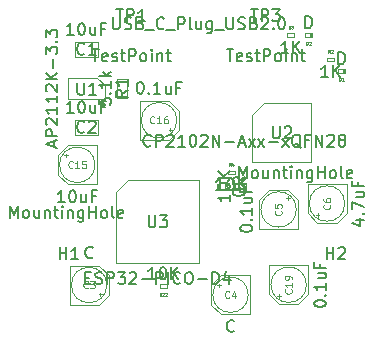
<source format=gbr>
%TF.GenerationSoftware,KiCad,Pcbnew,6.0.9*%
%TF.CreationDate,2022-12-15T21:24:13+01:00*%
%TF.ProjectId,Expansion_Card,45787061-6e73-4696-9f6e-5f436172642e,X1*%
%TF.SameCoordinates,Original*%
%TF.FileFunction,AssemblyDrawing,Top*%
%FSLAX46Y46*%
G04 Gerber Fmt 4.6, Leading zero omitted, Abs format (unit mm)*
G04 Created by KiCad (PCBNEW 6.0.9) date 2022-12-15 21:24:13*
%MOMM*%
%LPD*%
G01*
G04 APERTURE LIST*
%ADD10C,0.150000*%
%ADD11C,0.040000*%
%ADD12C,0.090000*%
%ADD13C,0.100000*%
G04 APERTURE END LIST*
D10*
%TO.C,U3*%
X130405952Y-148528571D02*
X130739285Y-148528571D01*
X130882142Y-149052380D02*
X130405952Y-149052380D01*
X130405952Y-148052380D01*
X130882142Y-148052380D01*
X131263095Y-149004761D02*
X131405952Y-149052380D01*
X131644047Y-149052380D01*
X131739285Y-149004761D01*
X131786904Y-148957142D01*
X131834523Y-148861904D01*
X131834523Y-148766666D01*
X131786904Y-148671428D01*
X131739285Y-148623809D01*
X131644047Y-148576190D01*
X131453571Y-148528571D01*
X131358333Y-148480952D01*
X131310714Y-148433333D01*
X131263095Y-148338095D01*
X131263095Y-148242857D01*
X131310714Y-148147619D01*
X131358333Y-148100000D01*
X131453571Y-148052380D01*
X131691666Y-148052380D01*
X131834523Y-148100000D01*
X132263095Y-149052380D02*
X132263095Y-148052380D01*
X132644047Y-148052380D01*
X132739285Y-148100000D01*
X132786904Y-148147619D01*
X132834523Y-148242857D01*
X132834523Y-148385714D01*
X132786904Y-148480952D01*
X132739285Y-148528571D01*
X132644047Y-148576190D01*
X132263095Y-148576190D01*
X133167857Y-148052380D02*
X133786904Y-148052380D01*
X133453571Y-148433333D01*
X133596428Y-148433333D01*
X133691666Y-148480952D01*
X133739285Y-148528571D01*
X133786904Y-148623809D01*
X133786904Y-148861904D01*
X133739285Y-148957142D01*
X133691666Y-149004761D01*
X133596428Y-149052380D01*
X133310714Y-149052380D01*
X133215476Y-149004761D01*
X133167857Y-148957142D01*
X134167857Y-148147619D02*
X134215476Y-148100000D01*
X134310714Y-148052380D01*
X134548809Y-148052380D01*
X134644047Y-148100000D01*
X134691666Y-148147619D01*
X134739285Y-148242857D01*
X134739285Y-148338095D01*
X134691666Y-148480952D01*
X134120238Y-149052380D01*
X134739285Y-149052380D01*
X135167857Y-148671428D02*
X135929761Y-148671428D01*
X136405952Y-149052380D02*
X136405952Y-148052380D01*
X136786904Y-148052380D01*
X136882142Y-148100000D01*
X136929761Y-148147619D01*
X136977380Y-148242857D01*
X136977380Y-148385714D01*
X136929761Y-148480952D01*
X136882142Y-148528571D01*
X136786904Y-148576190D01*
X136405952Y-148576190D01*
X137405952Y-149052380D02*
X137405952Y-148052380D01*
X138453571Y-148957142D02*
X138405952Y-149004761D01*
X138263095Y-149052380D01*
X138167857Y-149052380D01*
X138025000Y-149004761D01*
X137929761Y-148909523D01*
X137882142Y-148814285D01*
X137834523Y-148623809D01*
X137834523Y-148480952D01*
X137882142Y-148290476D01*
X137929761Y-148195238D01*
X138025000Y-148100000D01*
X138167857Y-148052380D01*
X138263095Y-148052380D01*
X138405952Y-148100000D01*
X138453571Y-148147619D01*
X139072619Y-148052380D02*
X139263095Y-148052380D01*
X139358333Y-148100000D01*
X139453571Y-148195238D01*
X139501190Y-148385714D01*
X139501190Y-148719047D01*
X139453571Y-148909523D01*
X139358333Y-149004761D01*
X139263095Y-149052380D01*
X139072619Y-149052380D01*
X138977380Y-149004761D01*
X138882142Y-148909523D01*
X138834523Y-148719047D01*
X138834523Y-148385714D01*
X138882142Y-148195238D01*
X138977380Y-148100000D01*
X139072619Y-148052380D01*
X139929761Y-148671428D02*
X140691666Y-148671428D01*
X141167857Y-149052380D02*
X141167857Y-148052380D01*
X141405952Y-148052380D01*
X141548809Y-148100000D01*
X141644047Y-148195238D01*
X141691666Y-148290476D01*
X141739285Y-148480952D01*
X141739285Y-148623809D01*
X141691666Y-148814285D01*
X141644047Y-148909523D01*
X141548809Y-149004761D01*
X141405952Y-149052380D01*
X141167857Y-149052380D01*
X142596428Y-148385714D02*
X142596428Y-149052380D01*
X142358333Y-148004761D02*
X142120238Y-148719047D01*
X142739285Y-148719047D01*
X135763095Y-143252380D02*
X135763095Y-144061904D01*
X135810714Y-144157142D01*
X135858333Y-144204761D01*
X135953571Y-144252380D01*
X136144047Y-144252380D01*
X136239285Y-144204761D01*
X136286904Y-144157142D01*
X136334523Y-144061904D01*
X136334523Y-143252380D01*
X136715476Y-143252380D02*
X137334523Y-143252380D01*
X137001190Y-143633333D01*
X137144047Y-143633333D01*
X137239285Y-143680952D01*
X137286904Y-143728571D01*
X137334523Y-143823809D01*
X137334523Y-144061904D01*
X137286904Y-144157142D01*
X137239285Y-144204761D01*
X137144047Y-144252380D01*
X136858333Y-144252380D01*
X136763095Y-144204761D01*
X136715476Y-144157142D01*
%TO.C,U2*%
X135946428Y-137332142D02*
X135898809Y-137379761D01*
X135755952Y-137427380D01*
X135660714Y-137427380D01*
X135517857Y-137379761D01*
X135422619Y-137284523D01*
X135375000Y-137189285D01*
X135327380Y-136998809D01*
X135327380Y-136855952D01*
X135375000Y-136665476D01*
X135422619Y-136570238D01*
X135517857Y-136475000D01*
X135660714Y-136427380D01*
X135755952Y-136427380D01*
X135898809Y-136475000D01*
X135946428Y-136522619D01*
X136375000Y-137427380D02*
X136375000Y-136427380D01*
X136755952Y-136427380D01*
X136851190Y-136475000D01*
X136898809Y-136522619D01*
X136946428Y-136617857D01*
X136946428Y-136760714D01*
X136898809Y-136855952D01*
X136851190Y-136903571D01*
X136755952Y-136951190D01*
X136375000Y-136951190D01*
X137327380Y-136522619D02*
X137375000Y-136475000D01*
X137470238Y-136427380D01*
X137708333Y-136427380D01*
X137803571Y-136475000D01*
X137851190Y-136522619D01*
X137898809Y-136617857D01*
X137898809Y-136713095D01*
X137851190Y-136855952D01*
X137279761Y-137427380D01*
X137898809Y-137427380D01*
X138851190Y-137427380D02*
X138279761Y-137427380D01*
X138565476Y-137427380D02*
X138565476Y-136427380D01*
X138470238Y-136570238D01*
X138375000Y-136665476D01*
X138279761Y-136713095D01*
X139470238Y-136427380D02*
X139565476Y-136427380D01*
X139660714Y-136475000D01*
X139708333Y-136522619D01*
X139755952Y-136617857D01*
X139803571Y-136808333D01*
X139803571Y-137046428D01*
X139755952Y-137236904D01*
X139708333Y-137332142D01*
X139660714Y-137379761D01*
X139565476Y-137427380D01*
X139470238Y-137427380D01*
X139375000Y-137379761D01*
X139327380Y-137332142D01*
X139279761Y-137236904D01*
X139232142Y-137046428D01*
X139232142Y-136808333D01*
X139279761Y-136617857D01*
X139327380Y-136522619D01*
X139375000Y-136475000D01*
X139470238Y-136427380D01*
X140184523Y-136522619D02*
X140232142Y-136475000D01*
X140327380Y-136427380D01*
X140565476Y-136427380D01*
X140660714Y-136475000D01*
X140708333Y-136522619D01*
X140755952Y-136617857D01*
X140755952Y-136713095D01*
X140708333Y-136855952D01*
X140136904Y-137427380D01*
X140755952Y-137427380D01*
X141184523Y-137427380D02*
X141184523Y-136427380D01*
X141755952Y-137427380D01*
X141755952Y-136427380D01*
X142232142Y-137046428D02*
X142994047Y-137046428D01*
X143422619Y-137141666D02*
X143898809Y-137141666D01*
X143327380Y-137427380D02*
X143660714Y-136427380D01*
X143994047Y-137427380D01*
X144232142Y-137427380D02*
X144755952Y-136760714D01*
X144232142Y-136760714D02*
X144755952Y-137427380D01*
X145041666Y-137427380D02*
X145565476Y-136760714D01*
X145041666Y-136760714D02*
X145565476Y-137427380D01*
X145946428Y-137046428D02*
X146708333Y-137046428D01*
X147089285Y-137427380D02*
X147613095Y-136760714D01*
X147089285Y-136760714D02*
X147613095Y-137427380D01*
X148660714Y-137522619D02*
X148565476Y-137475000D01*
X148470238Y-137379761D01*
X148327380Y-137236904D01*
X148232142Y-137189285D01*
X148136904Y-137189285D01*
X148184523Y-137427380D02*
X148089285Y-137379761D01*
X147994047Y-137284523D01*
X147946428Y-137094047D01*
X147946428Y-136760714D01*
X147994047Y-136570238D01*
X148089285Y-136475000D01*
X148184523Y-136427380D01*
X148375000Y-136427380D01*
X148470238Y-136475000D01*
X148565476Y-136570238D01*
X148613095Y-136760714D01*
X148613095Y-137094047D01*
X148565476Y-137284523D01*
X148470238Y-137379761D01*
X148375000Y-137427380D01*
X148184523Y-137427380D01*
X149375000Y-136903571D02*
X149041666Y-136903571D01*
X149041666Y-137427380D02*
X149041666Y-136427380D01*
X149517857Y-136427380D01*
X149898809Y-137427380D02*
X149898809Y-136427380D01*
X150470238Y-137427380D01*
X150470238Y-136427380D01*
X150898809Y-136522619D02*
X150946428Y-136475000D01*
X151041666Y-136427380D01*
X151279761Y-136427380D01*
X151375000Y-136475000D01*
X151422619Y-136522619D01*
X151470238Y-136617857D01*
X151470238Y-136713095D01*
X151422619Y-136855952D01*
X150851190Y-137427380D01*
X151470238Y-137427380D01*
X152041666Y-136855952D02*
X151946428Y-136808333D01*
X151898809Y-136760714D01*
X151851190Y-136665476D01*
X151851190Y-136617857D01*
X151898809Y-136522619D01*
X151946428Y-136475000D01*
X152041666Y-136427380D01*
X152232142Y-136427380D01*
X152327380Y-136475000D01*
X152375000Y-136522619D01*
X152422619Y-136617857D01*
X152422619Y-136665476D01*
X152375000Y-136760714D01*
X152327380Y-136808333D01*
X152232142Y-136855952D01*
X152041666Y-136855952D01*
X151946428Y-136903571D01*
X151898809Y-136951190D01*
X151851190Y-137046428D01*
X151851190Y-137236904D01*
X151898809Y-137332142D01*
X151946428Y-137379761D01*
X152041666Y-137427380D01*
X152232142Y-137427380D01*
X152327380Y-137379761D01*
X152375000Y-137332142D01*
X152422619Y-137236904D01*
X152422619Y-137046428D01*
X152375000Y-136951190D01*
X152327380Y-136903571D01*
X152232142Y-136855952D01*
X146288095Y-135727380D02*
X146288095Y-136536904D01*
X146335714Y-136632142D01*
X146383333Y-136679761D01*
X146478571Y-136727380D01*
X146669047Y-136727380D01*
X146764285Y-136679761D01*
X146811904Y-136632142D01*
X146859523Y-136536904D01*
X146859523Y-135727380D01*
X147288095Y-135822619D02*
X147335714Y-135775000D01*
X147430952Y-135727380D01*
X147669047Y-135727380D01*
X147764285Y-135775000D01*
X147811904Y-135822619D01*
X147859523Y-135917857D01*
X147859523Y-136013095D01*
X147811904Y-136155952D01*
X147240476Y-136727380D01*
X147859523Y-136727380D01*
%TO.C,R23*%
X142627380Y-141490476D02*
X142627380Y-142061904D01*
X142627380Y-141776190D02*
X141627380Y-141776190D01*
X141770238Y-141871428D01*
X141865476Y-141966666D01*
X141913095Y-142061904D01*
X141627380Y-140871428D02*
X141627380Y-140776190D01*
X141675000Y-140680952D01*
X141722619Y-140633333D01*
X141817857Y-140585714D01*
X142008333Y-140538095D01*
X142246428Y-140538095D01*
X142436904Y-140585714D01*
X142532142Y-140633333D01*
X142579761Y-140680952D01*
X142627380Y-140776190D01*
X142627380Y-140871428D01*
X142579761Y-140966666D01*
X142532142Y-141014285D01*
X142436904Y-141061904D01*
X142246428Y-141109523D01*
X142008333Y-141109523D01*
X141817857Y-141061904D01*
X141722619Y-141014285D01*
X141675000Y-140966666D01*
X141627380Y-140871428D01*
X142627380Y-140109523D02*
X141627380Y-140109523D01*
X142627380Y-139538095D02*
X142055952Y-139966666D01*
X141627380Y-139538095D02*
X142198809Y-140109523D01*
D11*
X144018095Y-140960714D02*
X143899047Y-141044047D01*
X144018095Y-141103571D02*
X143768095Y-141103571D01*
X143768095Y-141008333D01*
X143780000Y-140984523D01*
X143791904Y-140972619D01*
X143815714Y-140960714D01*
X143851428Y-140960714D01*
X143875238Y-140972619D01*
X143887142Y-140984523D01*
X143899047Y-141008333D01*
X143899047Y-141103571D01*
X143791904Y-140865476D02*
X143780000Y-140853571D01*
X143768095Y-140829761D01*
X143768095Y-140770238D01*
X143780000Y-140746428D01*
X143791904Y-140734523D01*
X143815714Y-140722619D01*
X143839523Y-140722619D01*
X143875238Y-140734523D01*
X144018095Y-140877380D01*
X144018095Y-140722619D01*
X143768095Y-140639285D02*
X143768095Y-140484523D01*
X143863333Y-140567857D01*
X143863333Y-140532142D01*
X143875238Y-140508333D01*
X143887142Y-140496428D01*
X143910952Y-140484523D01*
X143970476Y-140484523D01*
X143994285Y-140496428D01*
X144006190Y-140508333D01*
X144018095Y-140532142D01*
X144018095Y-140603571D01*
X144006190Y-140627380D01*
X143994285Y-140639285D01*
D10*
%TO.C,R22*%
X136309523Y-148652380D02*
X135738095Y-148652380D01*
X136023809Y-148652380D02*
X136023809Y-147652380D01*
X135928571Y-147795238D01*
X135833333Y-147890476D01*
X135738095Y-147938095D01*
X136928571Y-147652380D02*
X137023809Y-147652380D01*
X137119047Y-147700000D01*
X137166666Y-147747619D01*
X137214285Y-147842857D01*
X137261904Y-148033333D01*
X137261904Y-148271428D01*
X137214285Y-148461904D01*
X137166666Y-148557142D01*
X137119047Y-148604761D01*
X137023809Y-148652380D01*
X136928571Y-148652380D01*
X136833333Y-148604761D01*
X136785714Y-148557142D01*
X136738095Y-148461904D01*
X136690476Y-148271428D01*
X136690476Y-148033333D01*
X136738095Y-147842857D01*
X136785714Y-147747619D01*
X136833333Y-147700000D01*
X136928571Y-147652380D01*
X137690476Y-148652380D02*
X137690476Y-147652380D01*
X138261904Y-148652380D02*
X137833333Y-148080952D01*
X138261904Y-147652380D02*
X137690476Y-148223809D01*
D11*
X136839285Y-150043095D02*
X136755952Y-149924047D01*
X136696428Y-150043095D02*
X136696428Y-149793095D01*
X136791666Y-149793095D01*
X136815476Y-149805000D01*
X136827380Y-149816904D01*
X136839285Y-149840714D01*
X136839285Y-149876428D01*
X136827380Y-149900238D01*
X136815476Y-149912142D01*
X136791666Y-149924047D01*
X136696428Y-149924047D01*
X136934523Y-149816904D02*
X136946428Y-149805000D01*
X136970238Y-149793095D01*
X137029761Y-149793095D01*
X137053571Y-149805000D01*
X137065476Y-149816904D01*
X137077380Y-149840714D01*
X137077380Y-149864523D01*
X137065476Y-149900238D01*
X136922619Y-150043095D01*
X137077380Y-150043095D01*
X137172619Y-149816904D02*
X137184523Y-149805000D01*
X137208333Y-149793095D01*
X137267857Y-149793095D01*
X137291666Y-149805000D01*
X137303571Y-149816904D01*
X137315476Y-149840714D01*
X137315476Y-149864523D01*
X137303571Y-149900238D01*
X137160714Y-150043095D01*
X137315476Y-150043095D01*
D10*
%TO.C,R21*%
X142902380Y-141347619D02*
X142902380Y-141252380D01*
X142950000Y-141157142D01*
X142997619Y-141109523D01*
X143092857Y-141061904D01*
X143283333Y-141014285D01*
X143521428Y-141014285D01*
X143711904Y-141061904D01*
X143807142Y-141109523D01*
X143854761Y-141157142D01*
X143902380Y-141252380D01*
X143902380Y-141347619D01*
X143854761Y-141442857D01*
X143807142Y-141490476D01*
X143711904Y-141538095D01*
X143521428Y-141585714D01*
X143283333Y-141585714D01*
X143092857Y-141538095D01*
X142997619Y-141490476D01*
X142950000Y-141442857D01*
X142902380Y-141347619D01*
X143902380Y-140014285D02*
X143426190Y-140347619D01*
X143902380Y-140585714D02*
X142902380Y-140585714D01*
X142902380Y-140204761D01*
X142950000Y-140109523D01*
X142997619Y-140061904D01*
X143092857Y-140014285D01*
X143235714Y-140014285D01*
X143330952Y-140061904D01*
X143378571Y-140109523D01*
X143426190Y-140204761D01*
X143426190Y-140585714D01*
D11*
X141833095Y-140960714D02*
X141714047Y-141044047D01*
X141833095Y-141103571D02*
X141583095Y-141103571D01*
X141583095Y-141008333D01*
X141595000Y-140984523D01*
X141606904Y-140972619D01*
X141630714Y-140960714D01*
X141666428Y-140960714D01*
X141690238Y-140972619D01*
X141702142Y-140984523D01*
X141714047Y-141008333D01*
X141714047Y-141103571D01*
X141606904Y-140865476D02*
X141595000Y-140853571D01*
X141583095Y-140829761D01*
X141583095Y-140770238D01*
X141595000Y-140746428D01*
X141606904Y-140734523D01*
X141630714Y-140722619D01*
X141654523Y-140722619D01*
X141690238Y-140734523D01*
X141833095Y-140877380D01*
X141833095Y-140722619D01*
X141833095Y-140484523D02*
X141833095Y-140627380D01*
X141833095Y-140555952D02*
X141583095Y-140555952D01*
X141618809Y-140579761D01*
X141642619Y-140603571D01*
X141654523Y-140627380D01*
D10*
%TO.C,R4*%
X142059523Y-141127380D02*
X141488095Y-141127380D01*
X141773809Y-141127380D02*
X141773809Y-140127380D01*
X141678571Y-140270238D01*
X141583333Y-140365476D01*
X141488095Y-140413095D01*
X142678571Y-140127380D02*
X142773809Y-140127380D01*
X142869047Y-140175000D01*
X142916666Y-140222619D01*
X142964285Y-140317857D01*
X143011904Y-140508333D01*
X143011904Y-140746428D01*
X142964285Y-140936904D01*
X142916666Y-141032142D01*
X142869047Y-141079761D01*
X142773809Y-141127380D01*
X142678571Y-141127380D01*
X142583333Y-141079761D01*
X142535714Y-141032142D01*
X142488095Y-140936904D01*
X142440476Y-140746428D01*
X142440476Y-140508333D01*
X142488095Y-140317857D01*
X142535714Y-140222619D01*
X142583333Y-140175000D01*
X142678571Y-140127380D01*
X143440476Y-141127380D02*
X143440476Y-140127380D01*
X144011904Y-141127380D02*
X143583333Y-140555952D01*
X144011904Y-140127380D02*
X143440476Y-140698809D01*
D11*
X142708333Y-139058095D02*
X142625000Y-138939047D01*
X142565476Y-139058095D02*
X142565476Y-138808095D01*
X142660714Y-138808095D01*
X142684523Y-138820000D01*
X142696428Y-138831904D01*
X142708333Y-138855714D01*
X142708333Y-138891428D01*
X142696428Y-138915238D01*
X142684523Y-138927142D01*
X142660714Y-138939047D01*
X142565476Y-138939047D01*
X142922619Y-138891428D02*
X142922619Y-139058095D01*
X142863095Y-138796190D02*
X142803571Y-138974761D01*
X142958333Y-138974761D01*
D10*
%TO.C,R3*%
X147585714Y-129502380D02*
X147014285Y-129502380D01*
X147300000Y-129502380D02*
X147300000Y-128502380D01*
X147204761Y-128645238D01*
X147109523Y-128740476D01*
X147014285Y-128788095D01*
X148014285Y-129502380D02*
X148014285Y-128502380D01*
X148585714Y-129502380D02*
X148157142Y-128930952D01*
X148585714Y-128502380D02*
X148014285Y-129073809D01*
D11*
X147758333Y-127433095D02*
X147675000Y-127314047D01*
X147615476Y-127433095D02*
X147615476Y-127183095D01*
X147710714Y-127183095D01*
X147734523Y-127195000D01*
X147746428Y-127206904D01*
X147758333Y-127230714D01*
X147758333Y-127266428D01*
X147746428Y-127290238D01*
X147734523Y-127302142D01*
X147710714Y-127314047D01*
X147615476Y-127314047D01*
X147841666Y-127183095D02*
X147996428Y-127183095D01*
X147913095Y-127278333D01*
X147948809Y-127278333D01*
X147972619Y-127290238D01*
X147984523Y-127302142D01*
X147996428Y-127325952D01*
X147996428Y-127385476D01*
X147984523Y-127409285D01*
X147972619Y-127421190D01*
X147948809Y-127433095D01*
X147877380Y-127433095D01*
X147853571Y-127421190D01*
X147841666Y-127409285D01*
D10*
%TO.C,R2*%
X150960714Y-131552380D02*
X150389285Y-131552380D01*
X150675000Y-131552380D02*
X150675000Y-130552380D01*
X150579761Y-130695238D01*
X150484523Y-130790476D01*
X150389285Y-130838095D01*
X151389285Y-131552380D02*
X151389285Y-130552380D01*
X151960714Y-131552380D02*
X151532142Y-130980952D01*
X151960714Y-130552380D02*
X151389285Y-131123809D01*
D11*
X151133333Y-129483095D02*
X151050000Y-129364047D01*
X150990476Y-129483095D02*
X150990476Y-129233095D01*
X151085714Y-129233095D01*
X151109523Y-129245000D01*
X151121428Y-129256904D01*
X151133333Y-129280714D01*
X151133333Y-129316428D01*
X151121428Y-129340238D01*
X151109523Y-129352142D01*
X151085714Y-129364047D01*
X150990476Y-129364047D01*
X151228571Y-129256904D02*
X151240476Y-129245000D01*
X151264285Y-129233095D01*
X151323809Y-129233095D01*
X151347619Y-129245000D01*
X151359523Y-129256904D01*
X151371428Y-129280714D01*
X151371428Y-129304523D01*
X151359523Y-129340238D01*
X151216666Y-129483095D01*
X151371428Y-129483095D01*
D10*
%TO.C,D2*%
X149038095Y-127402380D02*
X149038095Y-126402380D01*
X149276190Y-126402380D01*
X149419047Y-126450000D01*
X149514285Y-126545238D01*
X149561904Y-126640476D01*
X149609523Y-126830952D01*
X149609523Y-126973809D01*
X149561904Y-127164285D01*
X149514285Y-127259523D01*
X149419047Y-127354761D01*
X149276190Y-127402380D01*
X149038095Y-127402380D01*
D11*
X149115476Y-128793095D02*
X149115476Y-128543095D01*
X149175000Y-128543095D01*
X149210714Y-128555000D01*
X149234523Y-128578809D01*
X149246428Y-128602619D01*
X149258333Y-128650238D01*
X149258333Y-128685952D01*
X149246428Y-128733571D01*
X149234523Y-128757380D01*
X149210714Y-128781190D01*
X149175000Y-128793095D01*
X149115476Y-128793095D01*
X149353571Y-128566904D02*
X149365476Y-128555000D01*
X149389285Y-128543095D01*
X149448809Y-128543095D01*
X149472619Y-128555000D01*
X149484523Y-128566904D01*
X149496428Y-128590714D01*
X149496428Y-128614523D01*
X149484523Y-128650238D01*
X149341666Y-128793095D01*
X149496428Y-128793095D01*
D10*
%TO.C,D1*%
X151838095Y-130452380D02*
X151838095Y-129452380D01*
X152076190Y-129452380D01*
X152219047Y-129500000D01*
X152314285Y-129595238D01*
X152361904Y-129690476D01*
X152409523Y-129880952D01*
X152409523Y-130023809D01*
X152361904Y-130214285D01*
X152314285Y-130309523D01*
X152219047Y-130404761D01*
X152076190Y-130452380D01*
X151838095Y-130452380D01*
D11*
X151915476Y-131843095D02*
X151915476Y-131593095D01*
X151975000Y-131593095D01*
X152010714Y-131605000D01*
X152034523Y-131628809D01*
X152046428Y-131652619D01*
X152058333Y-131700238D01*
X152058333Y-131735952D01*
X152046428Y-131783571D01*
X152034523Y-131807380D01*
X152010714Y-131831190D01*
X151975000Y-131843095D01*
X151915476Y-131843095D01*
X152296428Y-131843095D02*
X152153571Y-131843095D01*
X152225000Y-131843095D02*
X152225000Y-131593095D01*
X152201190Y-131628809D01*
X152177380Y-131652619D01*
X152153571Y-131664523D01*
D10*
%TO.C,C19*%
X149777380Y-150767857D02*
X149777380Y-150672619D01*
X149825000Y-150577380D01*
X149872619Y-150529761D01*
X149967857Y-150482142D01*
X150158333Y-150434523D01*
X150396428Y-150434523D01*
X150586904Y-150482142D01*
X150682142Y-150529761D01*
X150729761Y-150577380D01*
X150777380Y-150672619D01*
X150777380Y-150767857D01*
X150729761Y-150863095D01*
X150682142Y-150910714D01*
X150586904Y-150958333D01*
X150396428Y-151005952D01*
X150158333Y-151005952D01*
X149967857Y-150958333D01*
X149872619Y-150910714D01*
X149825000Y-150863095D01*
X149777380Y-150767857D01*
X150682142Y-150005952D02*
X150729761Y-149958333D01*
X150777380Y-150005952D01*
X150729761Y-150053571D01*
X150682142Y-150005952D01*
X150777380Y-150005952D01*
X150777380Y-149005952D02*
X150777380Y-149577380D01*
X150777380Y-149291666D02*
X149777380Y-149291666D01*
X149920238Y-149386904D01*
X150015476Y-149482142D01*
X150063095Y-149577380D01*
X150110714Y-148148809D02*
X150777380Y-148148809D01*
X150110714Y-148577380D02*
X150634523Y-148577380D01*
X150729761Y-148529761D01*
X150777380Y-148434523D01*
X150777380Y-148291666D01*
X150729761Y-148196428D01*
X150682142Y-148148809D01*
X150253571Y-147339285D02*
X150253571Y-147672619D01*
X150777380Y-147672619D02*
X149777380Y-147672619D01*
X149777380Y-147196428D01*
D12*
X147839285Y-149510714D02*
X147867857Y-149539285D01*
X147896428Y-149625000D01*
X147896428Y-149682142D01*
X147867857Y-149767857D01*
X147810714Y-149825000D01*
X147753571Y-149853571D01*
X147639285Y-149882142D01*
X147553571Y-149882142D01*
X147439285Y-149853571D01*
X147382142Y-149825000D01*
X147325000Y-149767857D01*
X147296428Y-149682142D01*
X147296428Y-149625000D01*
X147325000Y-149539285D01*
X147353571Y-149510714D01*
X147896428Y-148939285D02*
X147896428Y-149282142D01*
X147896428Y-149110714D02*
X147296428Y-149110714D01*
X147382142Y-149167857D01*
X147439285Y-149225000D01*
X147467857Y-149282142D01*
X147896428Y-148653571D02*
X147896428Y-148539285D01*
X147867857Y-148482142D01*
X147839285Y-148453571D01*
X147753571Y-148396428D01*
X147639285Y-148367857D01*
X147410714Y-148367857D01*
X147353571Y-148396428D01*
X147325000Y-148425000D01*
X147296428Y-148482142D01*
X147296428Y-148596428D01*
X147325000Y-148653571D01*
X147353571Y-148682142D01*
X147410714Y-148710714D01*
X147553571Y-148710714D01*
X147610714Y-148682142D01*
X147639285Y-148653571D01*
X147667857Y-148596428D01*
X147667857Y-148482142D01*
X147639285Y-148425000D01*
X147610714Y-148396428D01*
X147553571Y-148367857D01*
D10*
%TO.C,C16*%
X135007142Y-131952380D02*
X135102380Y-131952380D01*
X135197619Y-132000000D01*
X135245238Y-132047619D01*
X135292857Y-132142857D01*
X135340476Y-132333333D01*
X135340476Y-132571428D01*
X135292857Y-132761904D01*
X135245238Y-132857142D01*
X135197619Y-132904761D01*
X135102380Y-132952380D01*
X135007142Y-132952380D01*
X134911904Y-132904761D01*
X134864285Y-132857142D01*
X134816666Y-132761904D01*
X134769047Y-132571428D01*
X134769047Y-132333333D01*
X134816666Y-132142857D01*
X134864285Y-132047619D01*
X134911904Y-132000000D01*
X135007142Y-131952380D01*
X135769047Y-132857142D02*
X135816666Y-132904761D01*
X135769047Y-132952380D01*
X135721428Y-132904761D01*
X135769047Y-132857142D01*
X135769047Y-132952380D01*
X136769047Y-132952380D02*
X136197619Y-132952380D01*
X136483333Y-132952380D02*
X136483333Y-131952380D01*
X136388095Y-132095238D01*
X136292857Y-132190476D01*
X136197619Y-132238095D01*
X137626190Y-132285714D02*
X137626190Y-132952380D01*
X137197619Y-132285714D02*
X137197619Y-132809523D01*
X137245238Y-132904761D01*
X137340476Y-132952380D01*
X137483333Y-132952380D01*
X137578571Y-132904761D01*
X137626190Y-132857142D01*
X138435714Y-132428571D02*
X138102380Y-132428571D01*
X138102380Y-132952380D02*
X138102380Y-131952380D01*
X138578571Y-131952380D01*
D12*
X136264285Y-135414285D02*
X136235714Y-135442857D01*
X136150000Y-135471428D01*
X136092857Y-135471428D01*
X136007142Y-135442857D01*
X135950000Y-135385714D01*
X135921428Y-135328571D01*
X135892857Y-135214285D01*
X135892857Y-135128571D01*
X135921428Y-135014285D01*
X135950000Y-134957142D01*
X136007142Y-134900000D01*
X136092857Y-134871428D01*
X136150000Y-134871428D01*
X136235714Y-134900000D01*
X136264285Y-134928571D01*
X136835714Y-135471428D02*
X136492857Y-135471428D01*
X136664285Y-135471428D02*
X136664285Y-134871428D01*
X136607142Y-134957142D01*
X136550000Y-135014285D01*
X136492857Y-135042857D01*
X137350000Y-134871428D02*
X137235714Y-134871428D01*
X137178571Y-134900000D01*
X137150000Y-134928571D01*
X137092857Y-135014285D01*
X137064285Y-135128571D01*
X137064285Y-135357142D01*
X137092857Y-135414285D01*
X137121428Y-135442857D01*
X137178571Y-135471428D01*
X137292857Y-135471428D01*
X137350000Y-135442857D01*
X137378571Y-135414285D01*
X137407142Y-135357142D01*
X137407142Y-135214285D01*
X137378571Y-135157142D01*
X137350000Y-135128571D01*
X137292857Y-135100000D01*
X137178571Y-135100000D01*
X137121428Y-135128571D01*
X137092857Y-135157142D01*
X137064285Y-135214285D01*
D10*
%TO.C,C15*%
X128653571Y-142127380D02*
X128082142Y-142127380D01*
X128367857Y-142127380D02*
X128367857Y-141127380D01*
X128272619Y-141270238D01*
X128177380Y-141365476D01*
X128082142Y-141413095D01*
X129272619Y-141127380D02*
X129367857Y-141127380D01*
X129463095Y-141175000D01*
X129510714Y-141222619D01*
X129558333Y-141317857D01*
X129605952Y-141508333D01*
X129605952Y-141746428D01*
X129558333Y-141936904D01*
X129510714Y-142032142D01*
X129463095Y-142079761D01*
X129367857Y-142127380D01*
X129272619Y-142127380D01*
X129177380Y-142079761D01*
X129129761Y-142032142D01*
X129082142Y-141936904D01*
X129034523Y-141746428D01*
X129034523Y-141508333D01*
X129082142Y-141317857D01*
X129129761Y-141222619D01*
X129177380Y-141175000D01*
X129272619Y-141127380D01*
X130463095Y-141460714D02*
X130463095Y-142127380D01*
X130034523Y-141460714D02*
X130034523Y-141984523D01*
X130082142Y-142079761D01*
X130177380Y-142127380D01*
X130320238Y-142127380D01*
X130415476Y-142079761D01*
X130463095Y-142032142D01*
X131272619Y-141603571D02*
X130939285Y-141603571D01*
X130939285Y-142127380D02*
X130939285Y-141127380D01*
X131415476Y-141127380D01*
D12*
X129339285Y-139189285D02*
X129310714Y-139217857D01*
X129225000Y-139246428D01*
X129167857Y-139246428D01*
X129082142Y-139217857D01*
X129025000Y-139160714D01*
X128996428Y-139103571D01*
X128967857Y-138989285D01*
X128967857Y-138903571D01*
X128996428Y-138789285D01*
X129025000Y-138732142D01*
X129082142Y-138675000D01*
X129167857Y-138646428D01*
X129225000Y-138646428D01*
X129310714Y-138675000D01*
X129339285Y-138703571D01*
X129910714Y-139246428D02*
X129567857Y-139246428D01*
X129739285Y-139246428D02*
X129739285Y-138646428D01*
X129682142Y-138732142D01*
X129625000Y-138789285D01*
X129567857Y-138817857D01*
X130453571Y-138646428D02*
X130167857Y-138646428D01*
X130139285Y-138932142D01*
X130167857Y-138903571D01*
X130225000Y-138875000D01*
X130367857Y-138875000D01*
X130425000Y-138903571D01*
X130453571Y-138932142D01*
X130482142Y-138989285D01*
X130482142Y-139132142D01*
X130453571Y-139189285D01*
X130425000Y-139217857D01*
X130367857Y-139246428D01*
X130225000Y-139246428D01*
X130167857Y-139217857D01*
X130139285Y-139189285D01*
D10*
%TO.C,C6*%
X153360714Y-143654761D02*
X154027380Y-143654761D01*
X152979761Y-143892857D02*
X153694047Y-144130952D01*
X153694047Y-143511904D01*
X153932142Y-143130952D02*
X153979761Y-143083333D01*
X154027380Y-143130952D01*
X153979761Y-143178571D01*
X153932142Y-143130952D01*
X154027380Y-143130952D01*
X153027380Y-142750000D02*
X153027380Y-142083333D01*
X154027380Y-142511904D01*
X153360714Y-141273809D02*
X154027380Y-141273809D01*
X153360714Y-141702380D02*
X153884523Y-141702380D01*
X153979761Y-141654761D01*
X154027380Y-141559523D01*
X154027380Y-141416666D01*
X153979761Y-141321428D01*
X153932142Y-141273809D01*
X153503571Y-140464285D02*
X153503571Y-140797619D01*
X154027380Y-140797619D02*
X153027380Y-140797619D01*
X153027380Y-140321428D01*
D12*
X151089285Y-142350000D02*
X151117857Y-142378571D01*
X151146428Y-142464285D01*
X151146428Y-142521428D01*
X151117857Y-142607142D01*
X151060714Y-142664285D01*
X151003571Y-142692857D01*
X150889285Y-142721428D01*
X150803571Y-142721428D01*
X150689285Y-142692857D01*
X150632142Y-142664285D01*
X150575000Y-142607142D01*
X150546428Y-142521428D01*
X150546428Y-142464285D01*
X150575000Y-142378571D01*
X150603571Y-142350000D01*
X150546428Y-141835714D02*
X150546428Y-141950000D01*
X150575000Y-142007142D01*
X150603571Y-142035714D01*
X150689285Y-142092857D01*
X150803571Y-142121428D01*
X151032142Y-142121428D01*
X151089285Y-142092857D01*
X151117857Y-142064285D01*
X151146428Y-142007142D01*
X151146428Y-141892857D01*
X151117857Y-141835714D01*
X151089285Y-141807142D01*
X151032142Y-141778571D01*
X150889285Y-141778571D01*
X150832142Y-141807142D01*
X150803571Y-141835714D01*
X150775000Y-141892857D01*
X150775000Y-142007142D01*
X150803571Y-142064285D01*
X150832142Y-142092857D01*
X150889285Y-142121428D01*
D10*
%TO.C,C5*%
X143527380Y-144392857D02*
X143527380Y-144297619D01*
X143575000Y-144202380D01*
X143622619Y-144154761D01*
X143717857Y-144107142D01*
X143908333Y-144059523D01*
X144146428Y-144059523D01*
X144336904Y-144107142D01*
X144432142Y-144154761D01*
X144479761Y-144202380D01*
X144527380Y-144297619D01*
X144527380Y-144392857D01*
X144479761Y-144488095D01*
X144432142Y-144535714D01*
X144336904Y-144583333D01*
X144146428Y-144630952D01*
X143908333Y-144630952D01*
X143717857Y-144583333D01*
X143622619Y-144535714D01*
X143575000Y-144488095D01*
X143527380Y-144392857D01*
X144432142Y-143630952D02*
X144479761Y-143583333D01*
X144527380Y-143630952D01*
X144479761Y-143678571D01*
X144432142Y-143630952D01*
X144527380Y-143630952D01*
X144527380Y-142630952D02*
X144527380Y-143202380D01*
X144527380Y-142916666D02*
X143527380Y-142916666D01*
X143670238Y-143011904D01*
X143765476Y-143107142D01*
X143813095Y-143202380D01*
X143860714Y-141773809D02*
X144527380Y-141773809D01*
X143860714Y-142202380D02*
X144384523Y-142202380D01*
X144479761Y-142154761D01*
X144527380Y-142059523D01*
X144527380Y-141916666D01*
X144479761Y-141821428D01*
X144432142Y-141773809D01*
X144003571Y-140964285D02*
X144003571Y-141297619D01*
X144527380Y-141297619D02*
X143527380Y-141297619D01*
X143527380Y-140821428D01*
D12*
X146989285Y-142850000D02*
X147017857Y-142878571D01*
X147046428Y-142964285D01*
X147046428Y-143021428D01*
X147017857Y-143107142D01*
X146960714Y-143164285D01*
X146903571Y-143192857D01*
X146789285Y-143221428D01*
X146703571Y-143221428D01*
X146589285Y-143192857D01*
X146532142Y-143164285D01*
X146475000Y-143107142D01*
X146446428Y-143021428D01*
X146446428Y-142964285D01*
X146475000Y-142878571D01*
X146503571Y-142850000D01*
X146446428Y-142307142D02*
X146446428Y-142592857D01*
X146732142Y-142621428D01*
X146703571Y-142592857D01*
X146675000Y-142535714D01*
X146675000Y-142392857D01*
X146703571Y-142335714D01*
X146732142Y-142307142D01*
X146789285Y-142278571D01*
X146932142Y-142278571D01*
X146989285Y-142307142D01*
X147017857Y-142335714D01*
X147046428Y-142392857D01*
X147046428Y-142535714D01*
X147017857Y-142592857D01*
X146989285Y-142621428D01*
D10*
%TO.C,C4*%
X143009523Y-153032142D02*
X142961904Y-153079761D01*
X142819047Y-153127380D01*
X142723809Y-153127380D01*
X142580952Y-153079761D01*
X142485714Y-152984523D01*
X142438095Y-152889285D01*
X142390476Y-152698809D01*
X142390476Y-152555952D01*
X142438095Y-152365476D01*
X142485714Y-152270238D01*
X142580952Y-152175000D01*
X142723809Y-152127380D01*
X142819047Y-152127380D01*
X142961904Y-152175000D01*
X143009523Y-152222619D01*
D12*
X142600000Y-150189285D02*
X142571428Y-150217857D01*
X142485714Y-150246428D01*
X142428571Y-150246428D01*
X142342857Y-150217857D01*
X142285714Y-150160714D01*
X142257142Y-150103571D01*
X142228571Y-149989285D01*
X142228571Y-149903571D01*
X142257142Y-149789285D01*
X142285714Y-149732142D01*
X142342857Y-149675000D01*
X142428571Y-149646428D01*
X142485714Y-149646428D01*
X142571428Y-149675000D01*
X142600000Y-149703571D01*
X143114285Y-149846428D02*
X143114285Y-150246428D01*
X142971428Y-149617857D02*
X142828571Y-150046428D01*
X143200000Y-150046428D01*
D10*
%TO.C,C3*%
X131034523Y-146807142D02*
X130986904Y-146854761D01*
X130844047Y-146902380D01*
X130748809Y-146902380D01*
X130605952Y-146854761D01*
X130510714Y-146759523D01*
X130463095Y-146664285D01*
X130415476Y-146473809D01*
X130415476Y-146330952D01*
X130463095Y-146140476D01*
X130510714Y-146045238D01*
X130605952Y-145950000D01*
X130748809Y-145902380D01*
X130844047Y-145902380D01*
X130986904Y-145950000D01*
X131034523Y-145997619D01*
D12*
X130625000Y-149364285D02*
X130596428Y-149392857D01*
X130510714Y-149421428D01*
X130453571Y-149421428D01*
X130367857Y-149392857D01*
X130310714Y-149335714D01*
X130282142Y-149278571D01*
X130253571Y-149164285D01*
X130253571Y-149078571D01*
X130282142Y-148964285D01*
X130310714Y-148907142D01*
X130367857Y-148850000D01*
X130453571Y-148821428D01*
X130510714Y-148821428D01*
X130596428Y-148850000D01*
X130625000Y-148878571D01*
X130825000Y-148821428D02*
X131196428Y-148821428D01*
X130996428Y-149050000D01*
X131082142Y-149050000D01*
X131139285Y-149078571D01*
X131167857Y-149107142D01*
X131196428Y-149164285D01*
X131196428Y-149307142D01*
X131167857Y-149364285D01*
X131139285Y-149392857D01*
X131082142Y-149421428D01*
X130910714Y-149421428D01*
X130853571Y-149392857D01*
X130825000Y-149364285D01*
D10*
%TO.C,R1*%
X131562380Y-133380952D02*
X131562380Y-133857142D01*
X132038571Y-133904761D01*
X131990952Y-133857142D01*
X131943333Y-133761904D01*
X131943333Y-133523809D01*
X131990952Y-133428571D01*
X132038571Y-133380952D01*
X132133809Y-133333333D01*
X132371904Y-133333333D01*
X132467142Y-133380952D01*
X132514761Y-133428571D01*
X132562380Y-133523809D01*
X132562380Y-133761904D01*
X132514761Y-133857142D01*
X132467142Y-133904761D01*
X132467142Y-132904761D02*
X132514761Y-132857142D01*
X132562380Y-132904761D01*
X132514761Y-132952380D01*
X132467142Y-132904761D01*
X132562380Y-132904761D01*
X132562380Y-131904761D02*
X132562380Y-132476190D01*
X132562380Y-132190476D02*
X131562380Y-132190476D01*
X131705238Y-132285714D01*
X131800476Y-132380952D01*
X131848095Y-132476190D01*
X132562380Y-131476190D02*
X131562380Y-131476190D01*
X132181428Y-131380952D02*
X132562380Y-131095238D01*
X131895714Y-131095238D02*
X132276666Y-131476190D01*
X133992380Y-132666666D02*
X133516190Y-133000000D01*
X133992380Y-133238095D02*
X132992380Y-133238095D01*
X132992380Y-132857142D01*
X133040000Y-132761904D01*
X133087619Y-132714285D01*
X133182857Y-132666666D01*
X133325714Y-132666666D01*
X133420952Y-132714285D01*
X133468571Y-132761904D01*
X133516190Y-132857142D01*
X133516190Y-133238095D01*
X133992380Y-131714285D02*
X133992380Y-132285714D01*
X133992380Y-132000000D02*
X132992380Y-132000000D01*
X133135238Y-132095238D01*
X133230476Y-132190476D01*
X133278095Y-132285714D01*
%TO.C,C2*%
X129428571Y-134574380D02*
X128857142Y-134574380D01*
X129142857Y-134574380D02*
X129142857Y-133574380D01*
X129047619Y-133717238D01*
X128952380Y-133812476D01*
X128857142Y-133860095D01*
X130047619Y-133574380D02*
X130142857Y-133574380D01*
X130238095Y-133622000D01*
X130285714Y-133669619D01*
X130333333Y-133764857D01*
X130380952Y-133955333D01*
X130380952Y-134193428D01*
X130333333Y-134383904D01*
X130285714Y-134479142D01*
X130238095Y-134526761D01*
X130142857Y-134574380D01*
X130047619Y-134574380D01*
X129952380Y-134526761D01*
X129904761Y-134479142D01*
X129857142Y-134383904D01*
X129809523Y-134193428D01*
X129809523Y-133955333D01*
X129857142Y-133764857D01*
X129904761Y-133669619D01*
X129952380Y-133622000D01*
X130047619Y-133574380D01*
X131238095Y-133907714D02*
X131238095Y-134574380D01*
X130809523Y-133907714D02*
X130809523Y-134431523D01*
X130857142Y-134526761D01*
X130952380Y-134574380D01*
X131095238Y-134574380D01*
X131190476Y-134526761D01*
X131238095Y-134479142D01*
X132047619Y-134050571D02*
X131714285Y-134050571D01*
X131714285Y-134574380D02*
X131714285Y-133574380D01*
X132190476Y-133574380D01*
X130333333Y-136159142D02*
X130285714Y-136206761D01*
X130142857Y-136254380D01*
X130047619Y-136254380D01*
X129904761Y-136206761D01*
X129809523Y-136111523D01*
X129761904Y-136016285D01*
X129714285Y-135825809D01*
X129714285Y-135682952D01*
X129761904Y-135492476D01*
X129809523Y-135397238D01*
X129904761Y-135302000D01*
X130047619Y-135254380D01*
X130142857Y-135254380D01*
X130285714Y-135302000D01*
X130333333Y-135349619D01*
X130714285Y-135349619D02*
X130761904Y-135302000D01*
X130857142Y-135254380D01*
X131095238Y-135254380D01*
X131190476Y-135302000D01*
X131238095Y-135349619D01*
X131285714Y-135444857D01*
X131285714Y-135540095D01*
X131238095Y-135682952D01*
X130666666Y-136254380D01*
X131285714Y-136254380D01*
%TO.C,U1*%
X127766666Y-137452380D02*
X127766666Y-136976190D01*
X128052380Y-137547619D02*
X127052380Y-137214285D01*
X128052380Y-136880952D01*
X128052380Y-136547619D02*
X127052380Y-136547619D01*
X127052380Y-136166666D01*
X127100000Y-136071428D01*
X127147619Y-136023809D01*
X127242857Y-135976190D01*
X127385714Y-135976190D01*
X127480952Y-136023809D01*
X127528571Y-136071428D01*
X127576190Y-136166666D01*
X127576190Y-136547619D01*
X127147619Y-135595238D02*
X127100000Y-135547619D01*
X127052380Y-135452380D01*
X127052380Y-135214285D01*
X127100000Y-135119047D01*
X127147619Y-135071428D01*
X127242857Y-135023809D01*
X127338095Y-135023809D01*
X127480952Y-135071428D01*
X128052380Y-135642857D01*
X128052380Y-135023809D01*
X128052380Y-134071428D02*
X128052380Y-134642857D01*
X128052380Y-134357142D02*
X127052380Y-134357142D01*
X127195238Y-134452380D01*
X127290476Y-134547619D01*
X127338095Y-134642857D01*
X128052380Y-133119047D02*
X128052380Y-133690476D01*
X128052380Y-133404761D02*
X127052380Y-133404761D01*
X127195238Y-133500000D01*
X127290476Y-133595238D01*
X127338095Y-133690476D01*
X127147619Y-132738095D02*
X127100000Y-132690476D01*
X127052380Y-132595238D01*
X127052380Y-132357142D01*
X127100000Y-132261904D01*
X127147619Y-132214285D01*
X127242857Y-132166666D01*
X127338095Y-132166666D01*
X127480952Y-132214285D01*
X128052380Y-132785714D01*
X128052380Y-132166666D01*
X128052380Y-131738095D02*
X127052380Y-131738095D01*
X128052380Y-131166666D02*
X127480952Y-131595238D01*
X127052380Y-131166666D02*
X127623809Y-131738095D01*
X127671428Y-130738095D02*
X127671428Y-129976190D01*
X127052380Y-129595238D02*
X127052380Y-128976190D01*
X127433333Y-129309523D01*
X127433333Y-129166666D01*
X127480952Y-129071428D01*
X127528571Y-129023809D01*
X127623809Y-128976190D01*
X127861904Y-128976190D01*
X127957142Y-129023809D01*
X128004761Y-129071428D01*
X128052380Y-129166666D01*
X128052380Y-129452380D01*
X128004761Y-129547619D01*
X127957142Y-129595238D01*
X127957142Y-128547619D02*
X128004761Y-128500000D01*
X128052380Y-128547619D01*
X128004761Y-128595238D01*
X127957142Y-128547619D01*
X128052380Y-128547619D01*
X127052380Y-128166666D02*
X127052380Y-127547619D01*
X127433333Y-127880952D01*
X127433333Y-127738095D01*
X127480952Y-127642857D01*
X127528571Y-127595238D01*
X127623809Y-127547619D01*
X127861904Y-127547619D01*
X127957142Y-127595238D01*
X128004761Y-127642857D01*
X128052380Y-127738095D01*
X128052380Y-128023809D01*
X128004761Y-128119047D01*
X127957142Y-128166666D01*
X129738095Y-132032380D02*
X129738095Y-132841904D01*
X129785714Y-132937142D01*
X129833333Y-132984761D01*
X129928571Y-133032380D01*
X130119047Y-133032380D01*
X130214285Y-132984761D01*
X130261904Y-132937142D01*
X130309523Y-132841904D01*
X130309523Y-132032380D01*
X131309523Y-133032380D02*
X130738095Y-133032380D01*
X131023809Y-133032380D02*
X131023809Y-132032380D01*
X130928571Y-132175238D01*
X130833333Y-132270476D01*
X130738095Y-132318095D01*
%TO.C,C1*%
X129428571Y-127970380D02*
X128857142Y-127970380D01*
X129142857Y-127970380D02*
X129142857Y-126970380D01*
X129047619Y-127113238D01*
X128952380Y-127208476D01*
X128857142Y-127256095D01*
X130047619Y-126970380D02*
X130142857Y-126970380D01*
X130238095Y-127018000D01*
X130285714Y-127065619D01*
X130333333Y-127160857D01*
X130380952Y-127351333D01*
X130380952Y-127589428D01*
X130333333Y-127779904D01*
X130285714Y-127875142D01*
X130238095Y-127922761D01*
X130142857Y-127970380D01*
X130047619Y-127970380D01*
X129952380Y-127922761D01*
X129904761Y-127875142D01*
X129857142Y-127779904D01*
X129809523Y-127589428D01*
X129809523Y-127351333D01*
X129857142Y-127160857D01*
X129904761Y-127065619D01*
X129952380Y-127018000D01*
X130047619Y-126970380D01*
X131238095Y-127303714D02*
X131238095Y-127970380D01*
X130809523Y-127303714D02*
X130809523Y-127827523D01*
X130857142Y-127922761D01*
X130952380Y-127970380D01*
X131095238Y-127970380D01*
X131190476Y-127922761D01*
X131238095Y-127875142D01*
X132047619Y-127446571D02*
X131714285Y-127446571D01*
X131714285Y-127970380D02*
X131714285Y-126970380D01*
X132190476Y-126970380D01*
X130333333Y-129555142D02*
X130285714Y-129602761D01*
X130142857Y-129650380D01*
X130047619Y-129650380D01*
X129904761Y-129602761D01*
X129809523Y-129507523D01*
X129761904Y-129412285D01*
X129714285Y-129221809D01*
X129714285Y-129078952D01*
X129761904Y-128888476D01*
X129809523Y-128793238D01*
X129904761Y-128698000D01*
X130047619Y-128650380D01*
X130142857Y-128650380D01*
X130285714Y-128698000D01*
X130333333Y-128745619D01*
X131285714Y-129650380D02*
X130714285Y-129650380D01*
X131000000Y-129650380D02*
X131000000Y-128650380D01*
X130904761Y-128793238D01*
X130809523Y-128888476D01*
X130714285Y-128936095D01*
%TO.C,P1*%
X132738095Y-126492380D02*
X132738095Y-127301904D01*
X132785714Y-127397142D01*
X132833333Y-127444761D01*
X132928571Y-127492380D01*
X133119047Y-127492380D01*
X133214285Y-127444761D01*
X133261904Y-127397142D01*
X133309523Y-127301904D01*
X133309523Y-126492380D01*
X133738095Y-127444761D02*
X133880952Y-127492380D01*
X134119047Y-127492380D01*
X134214285Y-127444761D01*
X134261904Y-127397142D01*
X134309523Y-127301904D01*
X134309523Y-127206666D01*
X134261904Y-127111428D01*
X134214285Y-127063809D01*
X134119047Y-127016190D01*
X133928571Y-126968571D01*
X133833333Y-126920952D01*
X133785714Y-126873333D01*
X133738095Y-126778095D01*
X133738095Y-126682857D01*
X133785714Y-126587619D01*
X133833333Y-126540000D01*
X133928571Y-126492380D01*
X134166666Y-126492380D01*
X134309523Y-126540000D01*
X135071428Y-126968571D02*
X135214285Y-127016190D01*
X135261904Y-127063809D01*
X135309523Y-127159047D01*
X135309523Y-127301904D01*
X135261904Y-127397142D01*
X135214285Y-127444761D01*
X135119047Y-127492380D01*
X134738095Y-127492380D01*
X134738095Y-126492380D01*
X135071428Y-126492380D01*
X135166666Y-126540000D01*
X135214285Y-126587619D01*
X135261904Y-126682857D01*
X135261904Y-126778095D01*
X135214285Y-126873333D01*
X135166666Y-126920952D01*
X135071428Y-126968571D01*
X134738095Y-126968571D01*
X135500000Y-127587619D02*
X136261904Y-127587619D01*
X137071428Y-127397142D02*
X137023809Y-127444761D01*
X136880952Y-127492380D01*
X136785714Y-127492380D01*
X136642857Y-127444761D01*
X136547619Y-127349523D01*
X136500000Y-127254285D01*
X136452380Y-127063809D01*
X136452380Y-126920952D01*
X136500000Y-126730476D01*
X136547619Y-126635238D01*
X136642857Y-126540000D01*
X136785714Y-126492380D01*
X136880952Y-126492380D01*
X137023809Y-126540000D01*
X137071428Y-126587619D01*
X137261904Y-127587619D02*
X138023809Y-127587619D01*
X138261904Y-127492380D02*
X138261904Y-126492380D01*
X138642857Y-126492380D01*
X138738095Y-126540000D01*
X138785714Y-126587619D01*
X138833333Y-126682857D01*
X138833333Y-126825714D01*
X138785714Y-126920952D01*
X138738095Y-126968571D01*
X138642857Y-127016190D01*
X138261904Y-127016190D01*
X139404761Y-127492380D02*
X139309523Y-127444761D01*
X139261904Y-127349523D01*
X139261904Y-126492380D01*
X140214285Y-126825714D02*
X140214285Y-127492380D01*
X139785714Y-126825714D02*
X139785714Y-127349523D01*
X139833333Y-127444761D01*
X139928571Y-127492380D01*
X140071428Y-127492380D01*
X140166666Y-127444761D01*
X140214285Y-127397142D01*
X141119047Y-126825714D02*
X141119047Y-127635238D01*
X141071428Y-127730476D01*
X141023809Y-127778095D01*
X140928571Y-127825714D01*
X140785714Y-127825714D01*
X140690476Y-127778095D01*
X141119047Y-127444761D02*
X141023809Y-127492380D01*
X140833333Y-127492380D01*
X140738095Y-127444761D01*
X140690476Y-127397142D01*
X140642857Y-127301904D01*
X140642857Y-127016190D01*
X140690476Y-126920952D01*
X140738095Y-126873333D01*
X140833333Y-126825714D01*
X141023809Y-126825714D01*
X141119047Y-126873333D01*
X141357142Y-127587619D02*
X142119047Y-127587619D01*
X142357142Y-126492380D02*
X142357142Y-127301904D01*
X142404761Y-127397142D01*
X142452380Y-127444761D01*
X142547619Y-127492380D01*
X142738095Y-127492380D01*
X142833333Y-127444761D01*
X142880952Y-127397142D01*
X142928571Y-127301904D01*
X142928571Y-126492380D01*
X143357142Y-127444761D02*
X143500000Y-127492380D01*
X143738095Y-127492380D01*
X143833333Y-127444761D01*
X143880952Y-127397142D01*
X143928571Y-127301904D01*
X143928571Y-127206666D01*
X143880952Y-127111428D01*
X143833333Y-127063809D01*
X143738095Y-127016190D01*
X143547619Y-126968571D01*
X143452380Y-126920952D01*
X143404761Y-126873333D01*
X143357142Y-126778095D01*
X143357142Y-126682857D01*
X143404761Y-126587619D01*
X143452380Y-126540000D01*
X143547619Y-126492380D01*
X143785714Y-126492380D01*
X143928571Y-126540000D01*
X144690476Y-126968571D02*
X144833333Y-127016190D01*
X144880952Y-127063809D01*
X144928571Y-127159047D01*
X144928571Y-127301904D01*
X144880952Y-127397142D01*
X144833333Y-127444761D01*
X144738095Y-127492380D01*
X144357142Y-127492380D01*
X144357142Y-126492380D01*
X144690476Y-126492380D01*
X144785714Y-126540000D01*
X144833333Y-126587619D01*
X144880952Y-126682857D01*
X144880952Y-126778095D01*
X144833333Y-126873333D01*
X144785714Y-126920952D01*
X144690476Y-126968571D01*
X144357142Y-126968571D01*
X145309523Y-126587619D02*
X145357142Y-126540000D01*
X145452380Y-126492380D01*
X145690476Y-126492380D01*
X145785714Y-126540000D01*
X145833333Y-126587619D01*
X145880952Y-126682857D01*
X145880952Y-126778095D01*
X145833333Y-126920952D01*
X145261904Y-127492380D01*
X145880952Y-127492380D01*
X146309523Y-127397142D02*
X146357142Y-127444761D01*
X146309523Y-127492380D01*
X146261904Y-127444761D01*
X146309523Y-127397142D01*
X146309523Y-127492380D01*
X146976190Y-126492380D02*
X147071428Y-126492380D01*
X147166666Y-126540000D01*
X147214285Y-126587619D01*
X147261904Y-126682857D01*
X147309523Y-126873333D01*
X147309523Y-127111428D01*
X147261904Y-127301904D01*
X147214285Y-127397142D01*
X147166666Y-127444761D01*
X147071428Y-127492380D01*
X146976190Y-127492380D01*
X146880952Y-127444761D01*
X146833333Y-127397142D01*
X146785714Y-127301904D01*
X146738095Y-127111428D01*
X146738095Y-126873333D01*
X146785714Y-126682857D01*
X146833333Y-126587619D01*
X146880952Y-126540000D01*
X146976190Y-126492380D01*
%TO.C,H1*%
X124014285Y-143477380D02*
X124014285Y-142477380D01*
X124347619Y-143191666D01*
X124680952Y-142477380D01*
X124680952Y-143477380D01*
X125300000Y-143477380D02*
X125204761Y-143429761D01*
X125157142Y-143382142D01*
X125109523Y-143286904D01*
X125109523Y-143001190D01*
X125157142Y-142905952D01*
X125204761Y-142858333D01*
X125300000Y-142810714D01*
X125442857Y-142810714D01*
X125538095Y-142858333D01*
X125585714Y-142905952D01*
X125633333Y-143001190D01*
X125633333Y-143286904D01*
X125585714Y-143382142D01*
X125538095Y-143429761D01*
X125442857Y-143477380D01*
X125300000Y-143477380D01*
X126490476Y-142810714D02*
X126490476Y-143477380D01*
X126061904Y-142810714D02*
X126061904Y-143334523D01*
X126109523Y-143429761D01*
X126204761Y-143477380D01*
X126347619Y-143477380D01*
X126442857Y-143429761D01*
X126490476Y-143382142D01*
X126966666Y-142810714D02*
X126966666Y-143477380D01*
X126966666Y-142905952D02*
X127014285Y-142858333D01*
X127109523Y-142810714D01*
X127252380Y-142810714D01*
X127347619Y-142858333D01*
X127395238Y-142953571D01*
X127395238Y-143477380D01*
X127728571Y-142810714D02*
X128109523Y-142810714D01*
X127871428Y-142477380D02*
X127871428Y-143334523D01*
X127919047Y-143429761D01*
X128014285Y-143477380D01*
X128109523Y-143477380D01*
X128442857Y-143477380D02*
X128442857Y-142810714D01*
X128442857Y-142477380D02*
X128395238Y-142525000D01*
X128442857Y-142572619D01*
X128490476Y-142525000D01*
X128442857Y-142477380D01*
X128442857Y-142572619D01*
X128919047Y-142810714D02*
X128919047Y-143477380D01*
X128919047Y-142905952D02*
X128966666Y-142858333D01*
X129061904Y-142810714D01*
X129204761Y-142810714D01*
X129300000Y-142858333D01*
X129347619Y-142953571D01*
X129347619Y-143477380D01*
X130252380Y-142810714D02*
X130252380Y-143620238D01*
X130204761Y-143715476D01*
X130157142Y-143763095D01*
X130061904Y-143810714D01*
X129919047Y-143810714D01*
X129823809Y-143763095D01*
X130252380Y-143429761D02*
X130157142Y-143477380D01*
X129966666Y-143477380D01*
X129871428Y-143429761D01*
X129823809Y-143382142D01*
X129776190Y-143286904D01*
X129776190Y-143001190D01*
X129823809Y-142905952D01*
X129871428Y-142858333D01*
X129966666Y-142810714D01*
X130157142Y-142810714D01*
X130252380Y-142858333D01*
X130728571Y-143477380D02*
X130728571Y-142477380D01*
X130728571Y-142953571D02*
X131300000Y-142953571D01*
X131300000Y-143477380D02*
X131300000Y-142477380D01*
X131919047Y-143477380D02*
X131823809Y-143429761D01*
X131776190Y-143382142D01*
X131728571Y-143286904D01*
X131728571Y-143001190D01*
X131776190Y-142905952D01*
X131823809Y-142858333D01*
X131919047Y-142810714D01*
X132061904Y-142810714D01*
X132157142Y-142858333D01*
X132204761Y-142905952D01*
X132252380Y-143001190D01*
X132252380Y-143286904D01*
X132204761Y-143382142D01*
X132157142Y-143429761D01*
X132061904Y-143477380D01*
X131919047Y-143477380D01*
X132823809Y-143477380D02*
X132728571Y-143429761D01*
X132680952Y-143334523D01*
X132680952Y-142477380D01*
X133585714Y-143429761D02*
X133490476Y-143477380D01*
X133300000Y-143477380D01*
X133204761Y-143429761D01*
X133157142Y-143334523D01*
X133157142Y-142953571D01*
X133204761Y-142858333D01*
X133300000Y-142810714D01*
X133490476Y-142810714D01*
X133585714Y-142858333D01*
X133633333Y-142953571D01*
X133633333Y-143048809D01*
X133157142Y-143144047D01*
X128238095Y-146952380D02*
X128238095Y-145952380D01*
X128238095Y-146428571D02*
X128809523Y-146428571D01*
X128809523Y-146952380D02*
X128809523Y-145952380D01*
X129809523Y-146952380D02*
X129238095Y-146952380D01*
X129523809Y-146952380D02*
X129523809Y-145952380D01*
X129428571Y-146095238D01*
X129333333Y-146190476D01*
X129238095Y-146238095D01*
%TO.C,H2*%
X143389285Y-140102380D02*
X143389285Y-139102380D01*
X143722619Y-139816666D01*
X144055952Y-139102380D01*
X144055952Y-140102380D01*
X144675000Y-140102380D02*
X144579761Y-140054761D01*
X144532142Y-140007142D01*
X144484523Y-139911904D01*
X144484523Y-139626190D01*
X144532142Y-139530952D01*
X144579761Y-139483333D01*
X144675000Y-139435714D01*
X144817857Y-139435714D01*
X144913095Y-139483333D01*
X144960714Y-139530952D01*
X145008333Y-139626190D01*
X145008333Y-139911904D01*
X144960714Y-140007142D01*
X144913095Y-140054761D01*
X144817857Y-140102380D01*
X144675000Y-140102380D01*
X145865476Y-139435714D02*
X145865476Y-140102380D01*
X145436904Y-139435714D02*
X145436904Y-139959523D01*
X145484523Y-140054761D01*
X145579761Y-140102380D01*
X145722619Y-140102380D01*
X145817857Y-140054761D01*
X145865476Y-140007142D01*
X146341666Y-139435714D02*
X146341666Y-140102380D01*
X146341666Y-139530952D02*
X146389285Y-139483333D01*
X146484523Y-139435714D01*
X146627380Y-139435714D01*
X146722619Y-139483333D01*
X146770238Y-139578571D01*
X146770238Y-140102380D01*
X147103571Y-139435714D02*
X147484523Y-139435714D01*
X147246428Y-139102380D02*
X147246428Y-139959523D01*
X147294047Y-140054761D01*
X147389285Y-140102380D01*
X147484523Y-140102380D01*
X147817857Y-140102380D02*
X147817857Y-139435714D01*
X147817857Y-139102380D02*
X147770238Y-139150000D01*
X147817857Y-139197619D01*
X147865476Y-139150000D01*
X147817857Y-139102380D01*
X147817857Y-139197619D01*
X148294047Y-139435714D02*
X148294047Y-140102380D01*
X148294047Y-139530952D02*
X148341666Y-139483333D01*
X148436904Y-139435714D01*
X148579761Y-139435714D01*
X148675000Y-139483333D01*
X148722619Y-139578571D01*
X148722619Y-140102380D01*
X149627380Y-139435714D02*
X149627380Y-140245238D01*
X149579761Y-140340476D01*
X149532142Y-140388095D01*
X149436904Y-140435714D01*
X149294047Y-140435714D01*
X149198809Y-140388095D01*
X149627380Y-140054761D02*
X149532142Y-140102380D01*
X149341666Y-140102380D01*
X149246428Y-140054761D01*
X149198809Y-140007142D01*
X149151190Y-139911904D01*
X149151190Y-139626190D01*
X149198809Y-139530952D01*
X149246428Y-139483333D01*
X149341666Y-139435714D01*
X149532142Y-139435714D01*
X149627380Y-139483333D01*
X150103571Y-140102380D02*
X150103571Y-139102380D01*
X150103571Y-139578571D02*
X150675000Y-139578571D01*
X150675000Y-140102380D02*
X150675000Y-139102380D01*
X151294047Y-140102380D02*
X151198809Y-140054761D01*
X151151190Y-140007142D01*
X151103571Y-139911904D01*
X151103571Y-139626190D01*
X151151190Y-139530952D01*
X151198809Y-139483333D01*
X151294047Y-139435714D01*
X151436904Y-139435714D01*
X151532142Y-139483333D01*
X151579761Y-139530952D01*
X151627380Y-139626190D01*
X151627380Y-139911904D01*
X151579761Y-140007142D01*
X151532142Y-140054761D01*
X151436904Y-140102380D01*
X151294047Y-140102380D01*
X152198809Y-140102380D02*
X152103571Y-140054761D01*
X152055952Y-139959523D01*
X152055952Y-139102380D01*
X152960714Y-140054761D02*
X152865476Y-140102380D01*
X152675000Y-140102380D01*
X152579761Y-140054761D01*
X152532142Y-139959523D01*
X152532142Y-139578571D01*
X152579761Y-139483333D01*
X152675000Y-139435714D01*
X152865476Y-139435714D01*
X152960714Y-139483333D01*
X153008333Y-139578571D01*
X153008333Y-139673809D01*
X152532142Y-139769047D01*
X150838095Y-146952380D02*
X150838095Y-145952380D01*
X150838095Y-146428571D02*
X151409523Y-146428571D01*
X151409523Y-146952380D02*
X151409523Y-145952380D01*
X151838095Y-146047619D02*
X151885714Y-146000000D01*
X151980952Y-145952380D01*
X152219047Y-145952380D01*
X152314285Y-146000000D01*
X152361904Y-146047619D01*
X152409523Y-146142857D01*
X152409523Y-146238095D01*
X152361904Y-146380952D01*
X151790476Y-146952380D01*
X152409523Y-146952380D01*
%TO.C,TP1*%
X130966666Y-129202380D02*
X131538095Y-129202380D01*
X131252380Y-130202380D02*
X131252380Y-129202380D01*
X132252380Y-130154761D02*
X132157142Y-130202380D01*
X131966666Y-130202380D01*
X131871428Y-130154761D01*
X131823809Y-130059523D01*
X131823809Y-129678571D01*
X131871428Y-129583333D01*
X131966666Y-129535714D01*
X132157142Y-129535714D01*
X132252380Y-129583333D01*
X132300000Y-129678571D01*
X132300000Y-129773809D01*
X131823809Y-129869047D01*
X132680952Y-130154761D02*
X132776190Y-130202380D01*
X132966666Y-130202380D01*
X133061904Y-130154761D01*
X133109523Y-130059523D01*
X133109523Y-130011904D01*
X133061904Y-129916666D01*
X132966666Y-129869047D01*
X132823809Y-129869047D01*
X132728571Y-129821428D01*
X132680952Y-129726190D01*
X132680952Y-129678571D01*
X132728571Y-129583333D01*
X132823809Y-129535714D01*
X132966666Y-129535714D01*
X133061904Y-129583333D01*
X133395238Y-129535714D02*
X133776190Y-129535714D01*
X133538095Y-129202380D02*
X133538095Y-130059523D01*
X133585714Y-130154761D01*
X133680952Y-130202380D01*
X133776190Y-130202380D01*
X134109523Y-130202380D02*
X134109523Y-129202380D01*
X134490476Y-129202380D01*
X134585714Y-129250000D01*
X134633333Y-129297619D01*
X134680952Y-129392857D01*
X134680952Y-129535714D01*
X134633333Y-129630952D01*
X134585714Y-129678571D01*
X134490476Y-129726190D01*
X134109523Y-129726190D01*
X135252380Y-130202380D02*
X135157142Y-130154761D01*
X135109523Y-130107142D01*
X135061904Y-130011904D01*
X135061904Y-129726190D01*
X135109523Y-129630952D01*
X135157142Y-129583333D01*
X135252380Y-129535714D01*
X135395238Y-129535714D01*
X135490476Y-129583333D01*
X135538095Y-129630952D01*
X135585714Y-129726190D01*
X135585714Y-130011904D01*
X135538095Y-130107142D01*
X135490476Y-130154761D01*
X135395238Y-130202380D01*
X135252380Y-130202380D01*
X136014285Y-130202380D02*
X136014285Y-129535714D01*
X136014285Y-129202380D02*
X135966666Y-129250000D01*
X136014285Y-129297619D01*
X136061904Y-129250000D01*
X136014285Y-129202380D01*
X136014285Y-129297619D01*
X136490476Y-129535714D02*
X136490476Y-130202380D01*
X136490476Y-129630952D02*
X136538095Y-129583333D01*
X136633333Y-129535714D01*
X136776190Y-129535714D01*
X136871428Y-129583333D01*
X136919047Y-129678571D01*
X136919047Y-130202380D01*
X137252380Y-129535714D02*
X137633333Y-129535714D01*
X137395238Y-129202380D02*
X137395238Y-130059523D01*
X137442857Y-130154761D01*
X137538095Y-130202380D01*
X137633333Y-130202380D01*
X133038095Y-125802380D02*
X133609523Y-125802380D01*
X133323809Y-126802380D02*
X133323809Y-125802380D01*
X133942857Y-126802380D02*
X133942857Y-125802380D01*
X134323809Y-125802380D01*
X134419047Y-125850000D01*
X134466666Y-125897619D01*
X134514285Y-125992857D01*
X134514285Y-126135714D01*
X134466666Y-126230952D01*
X134419047Y-126278571D01*
X134323809Y-126326190D01*
X133942857Y-126326190D01*
X135466666Y-126802380D02*
X134895238Y-126802380D01*
X135180952Y-126802380D02*
X135180952Y-125802380D01*
X135085714Y-125945238D01*
X134990476Y-126040476D01*
X134895238Y-126088095D01*
%TO.C,TP3*%
X142366666Y-129202380D02*
X142938095Y-129202380D01*
X142652380Y-130202380D02*
X142652380Y-129202380D01*
X143652380Y-130154761D02*
X143557142Y-130202380D01*
X143366666Y-130202380D01*
X143271428Y-130154761D01*
X143223809Y-130059523D01*
X143223809Y-129678571D01*
X143271428Y-129583333D01*
X143366666Y-129535714D01*
X143557142Y-129535714D01*
X143652380Y-129583333D01*
X143700000Y-129678571D01*
X143700000Y-129773809D01*
X143223809Y-129869047D01*
X144080952Y-130154761D02*
X144176190Y-130202380D01*
X144366666Y-130202380D01*
X144461904Y-130154761D01*
X144509523Y-130059523D01*
X144509523Y-130011904D01*
X144461904Y-129916666D01*
X144366666Y-129869047D01*
X144223809Y-129869047D01*
X144128571Y-129821428D01*
X144080952Y-129726190D01*
X144080952Y-129678571D01*
X144128571Y-129583333D01*
X144223809Y-129535714D01*
X144366666Y-129535714D01*
X144461904Y-129583333D01*
X144795238Y-129535714D02*
X145176190Y-129535714D01*
X144938095Y-129202380D02*
X144938095Y-130059523D01*
X144985714Y-130154761D01*
X145080952Y-130202380D01*
X145176190Y-130202380D01*
X145509523Y-130202380D02*
X145509523Y-129202380D01*
X145890476Y-129202380D01*
X145985714Y-129250000D01*
X146033333Y-129297619D01*
X146080952Y-129392857D01*
X146080952Y-129535714D01*
X146033333Y-129630952D01*
X145985714Y-129678571D01*
X145890476Y-129726190D01*
X145509523Y-129726190D01*
X146652380Y-130202380D02*
X146557142Y-130154761D01*
X146509523Y-130107142D01*
X146461904Y-130011904D01*
X146461904Y-129726190D01*
X146509523Y-129630952D01*
X146557142Y-129583333D01*
X146652380Y-129535714D01*
X146795238Y-129535714D01*
X146890476Y-129583333D01*
X146938095Y-129630952D01*
X146985714Y-129726190D01*
X146985714Y-130011904D01*
X146938095Y-130107142D01*
X146890476Y-130154761D01*
X146795238Y-130202380D01*
X146652380Y-130202380D01*
X147414285Y-130202380D02*
X147414285Y-129535714D01*
X147414285Y-129202380D02*
X147366666Y-129250000D01*
X147414285Y-129297619D01*
X147461904Y-129250000D01*
X147414285Y-129202380D01*
X147414285Y-129297619D01*
X147890476Y-129535714D02*
X147890476Y-130202380D01*
X147890476Y-129630952D02*
X147938095Y-129583333D01*
X148033333Y-129535714D01*
X148176190Y-129535714D01*
X148271428Y-129583333D01*
X148319047Y-129678571D01*
X148319047Y-130202380D01*
X148652380Y-129535714D02*
X149033333Y-129535714D01*
X148795238Y-129202380D02*
X148795238Y-130059523D01*
X148842857Y-130154761D01*
X148938095Y-130202380D01*
X149033333Y-130202380D01*
X144438095Y-125802380D02*
X145009523Y-125802380D01*
X144723809Y-126802380D02*
X144723809Y-125802380D01*
X145342857Y-126802380D02*
X145342857Y-125802380D01*
X145723809Y-125802380D01*
X145819047Y-125850000D01*
X145866666Y-125897619D01*
X145914285Y-125992857D01*
X145914285Y-126135714D01*
X145866666Y-126230952D01*
X145819047Y-126278571D01*
X145723809Y-126326190D01*
X145342857Y-126326190D01*
X146247619Y-125802380D02*
X146866666Y-125802380D01*
X146533333Y-126183333D01*
X146676190Y-126183333D01*
X146771428Y-126230952D01*
X146819047Y-126278571D01*
X146866666Y-126373809D01*
X146866666Y-126611904D01*
X146819047Y-126707142D01*
X146771428Y-126754761D01*
X146676190Y-126802380D01*
X146390476Y-126802380D01*
X146295238Y-126754761D01*
X146247619Y-126707142D01*
D13*
%TO.C,U3*%
X140025000Y-140300000D02*
X140025000Y-147300000D01*
X140025000Y-147300000D02*
X133025000Y-147300000D01*
X133025000Y-141300000D02*
X134025000Y-140300000D01*
X134025000Y-140300000D02*
X140025000Y-140300000D01*
X133025000Y-147300000D02*
X133025000Y-141300000D01*
%TO.C,U2*%
X149550000Y-133775000D02*
X149550000Y-138775000D01*
X144550000Y-134775000D02*
X145550000Y-133775000D01*
X144550000Y-138775000D02*
X144550000Y-134775000D01*
X149550000Y-138775000D02*
X144550000Y-138775000D01*
X145550000Y-133775000D02*
X149550000Y-133775000D01*
%TO.C,R23*%
X143075000Y-140500000D02*
X143375000Y-140500000D01*
X143375000Y-141100000D02*
X143075000Y-141100000D01*
X143375000Y-140500000D02*
X143375000Y-141100000D01*
X143075000Y-141100000D02*
X143075000Y-140500000D01*
%TO.C,R22*%
X137300000Y-149100000D02*
X137300000Y-149400000D01*
X136700000Y-149400000D02*
X136700000Y-149100000D01*
X137300000Y-149400000D02*
X136700000Y-149400000D01*
X136700000Y-149100000D02*
X137300000Y-149100000D01*
%TO.C,R21*%
X142550000Y-141100000D02*
X142250000Y-141100000D01*
X142250000Y-140500000D02*
X142550000Y-140500000D01*
X142250000Y-141100000D02*
X142250000Y-140500000D01*
X142550000Y-140500000D02*
X142550000Y-141100000D01*
%TO.C,R4*%
X143050000Y-139775000D02*
X142450000Y-139775000D01*
X142450000Y-139475000D02*
X143050000Y-139475000D01*
X143050000Y-139475000D02*
X143050000Y-139775000D01*
X142450000Y-139775000D02*
X142450000Y-139475000D01*
%TO.C,R3*%
X148100000Y-128150000D02*
X147500000Y-128150000D01*
X147500000Y-127850000D02*
X148100000Y-127850000D01*
X148100000Y-127850000D02*
X148100000Y-128150000D01*
X147500000Y-128150000D02*
X147500000Y-127850000D01*
%TO.C,R2*%
X150875000Y-130200000D02*
X150875000Y-129900000D01*
X151475000Y-129900000D02*
X151475000Y-130200000D01*
X150875000Y-129900000D02*
X151475000Y-129900000D01*
X151475000Y-130200000D02*
X150875000Y-130200000D01*
%TO.C,D2*%
X149500000Y-127850000D02*
X149500000Y-128150000D01*
X149600000Y-127850000D02*
X149600000Y-128150000D01*
X149000000Y-127850000D02*
X149600000Y-127850000D01*
X149000000Y-128150000D02*
X149000000Y-127850000D01*
X149600000Y-128150000D02*
X149000000Y-128150000D01*
X149400000Y-127850000D02*
X149400000Y-128150000D01*
%TO.C,D1*%
X152300000Y-130900000D02*
X152300000Y-131200000D01*
X152400000Y-130900000D02*
X152400000Y-131200000D01*
X151800000Y-130900000D02*
X152400000Y-130900000D01*
X151800000Y-131200000D02*
X151800000Y-130900000D01*
X152400000Y-131200000D02*
X151800000Y-131200000D01*
X152200000Y-130900000D02*
X152200000Y-131200000D01*
%TO.C,C19*%
X146800000Y-150775000D02*
X145975000Y-149950000D01*
X145975000Y-149950000D02*
X145975000Y-147475000D01*
X146675000Y-150085469D02*
X146975000Y-150085469D01*
X146825000Y-150235469D02*
X146825000Y-149935469D01*
X145975000Y-147475000D02*
X149275000Y-147475000D01*
X146800000Y-150775000D02*
X148450000Y-150775000D01*
X149275000Y-149950000D02*
X149275000Y-147475000D01*
X148450000Y-150775000D02*
X149275000Y-149950000D01*
X149125000Y-149125000D02*
G75*
G03*
X149125000Y-149125000I-1500000J0D01*
G01*
%TO.C,C16*%
X138150000Y-135200000D02*
G75*
G03*
X138150000Y-135200000I-1500000J0D01*
G01*
X138300000Y-134375000D02*
X137475000Y-133550000D01*
X137475000Y-133550000D02*
X135000000Y-133550000D01*
X138300000Y-136025000D02*
X138300000Y-134375000D01*
X135000000Y-136850000D02*
X135000000Y-133550000D01*
X137760469Y-136000000D02*
X137460469Y-136000000D01*
X137610469Y-136150000D02*
X137610469Y-135850000D01*
X137475000Y-136850000D02*
X135000000Y-136850000D01*
X138300000Y-136025000D02*
X137475000Y-136850000D01*
%TO.C,C15*%
X131225000Y-138975000D02*
G75*
G03*
X131225000Y-138975000I-1500000J0D01*
G01*
X128075000Y-139800000D02*
X128900000Y-140625000D01*
X128900000Y-140625000D02*
X131375000Y-140625000D01*
X128075000Y-138150000D02*
X128075000Y-139800000D01*
X131375000Y-137325000D02*
X131375000Y-140625000D01*
X128614531Y-138175000D02*
X128914531Y-138175000D01*
X128764531Y-138025000D02*
X128764531Y-138325000D01*
X128900000Y-137325000D02*
X131375000Y-137325000D01*
X128075000Y-138150000D02*
X128900000Y-137325000D01*
%TO.C,C6*%
X150050000Y-143900000D02*
X149225000Y-143075000D01*
X149225000Y-143075000D02*
X149225000Y-140600000D01*
X149925000Y-143210469D02*
X150225000Y-143210469D01*
X150075000Y-143360469D02*
X150075000Y-143060469D01*
X149225000Y-140600000D02*
X152525000Y-140600000D01*
X150050000Y-143900000D02*
X151700000Y-143900000D01*
X152525000Y-143075000D02*
X152525000Y-140600000D01*
X151700000Y-143900000D02*
X152525000Y-143075000D01*
X152375000Y-142250000D02*
G75*
G03*
X152375000Y-142250000I-1500000J0D01*
G01*
%TO.C,C5*%
X147600000Y-141100000D02*
X148425000Y-141925000D01*
X148425000Y-141925000D02*
X148425000Y-144400000D01*
X147725000Y-141789531D02*
X147425000Y-141789531D01*
X147575000Y-141639531D02*
X147575000Y-141939531D01*
X148425000Y-144400000D02*
X145125000Y-144400000D01*
X147600000Y-141100000D02*
X145950000Y-141100000D01*
X145125000Y-141925000D02*
X145125000Y-144400000D01*
X145950000Y-141100000D02*
X145125000Y-141925000D01*
X148275000Y-142750000D02*
G75*
G03*
X148275000Y-142750000I-1500000J0D01*
G01*
%TO.C,C4*%
X141050000Y-149150000D02*
X141875000Y-148325000D01*
X141875000Y-148325000D02*
X144350000Y-148325000D01*
X141739531Y-149025000D02*
X141739531Y-149325000D01*
X141589531Y-149175000D02*
X141889531Y-149175000D01*
X144350000Y-148325000D02*
X144350000Y-151625000D01*
X141050000Y-149150000D02*
X141050000Y-150800000D01*
X141875000Y-151625000D02*
X144350000Y-151625000D01*
X141050000Y-150800000D02*
X141875000Y-151625000D01*
X144200000Y-149975000D02*
G75*
G03*
X144200000Y-149975000I-1500000J0D01*
G01*
%TO.C,C3*%
X132375000Y-149975000D02*
X131550000Y-150800000D01*
X131550000Y-150800000D02*
X129075000Y-150800000D01*
X131685469Y-150100000D02*
X131685469Y-149800000D01*
X131835469Y-149950000D02*
X131535469Y-149950000D01*
X129075000Y-150800000D02*
X129075000Y-147500000D01*
X132375000Y-149975000D02*
X132375000Y-148325000D01*
X131550000Y-147500000D02*
X129075000Y-147500000D01*
X132375000Y-148325000D02*
X131550000Y-147500000D01*
X132225000Y-149150000D02*
G75*
G03*
X132225000Y-149150000I-1500000J0D01*
G01*
%TO.C,R1*%
X133952500Y-131700000D02*
X133952500Y-133300000D01*
X133127500Y-133300000D02*
X133127500Y-131700000D01*
X133127500Y-131700000D02*
X133952500Y-131700000D01*
X133952500Y-133300000D02*
X133127500Y-133300000D01*
%TO.C,C2*%
X131500000Y-136427000D02*
X129500000Y-136427000D01*
X129500000Y-136427000D02*
X129500000Y-135177000D01*
X129500000Y-135177000D02*
X131500000Y-135177000D01*
X131500000Y-135177000D02*
X131500000Y-136427000D01*
%TO.C,U1*%
X131400000Y-131600000D02*
X132050000Y-132250000D01*
X132050000Y-133400000D02*
X128950000Y-133400000D01*
X131400000Y-131600000D02*
X128950000Y-131600000D01*
X128950000Y-133400000D02*
X128950000Y-131600000D01*
X132050000Y-133400000D02*
X132050000Y-132250000D01*
%TO.C,C1*%
X129500000Y-128573000D02*
X131500000Y-128573000D01*
X129500000Y-129823000D02*
X129500000Y-128573000D01*
X131500000Y-128573000D02*
X131500000Y-129823000D01*
X131500000Y-129823000D02*
X129500000Y-129823000D01*
%TD*%
M02*

</source>
